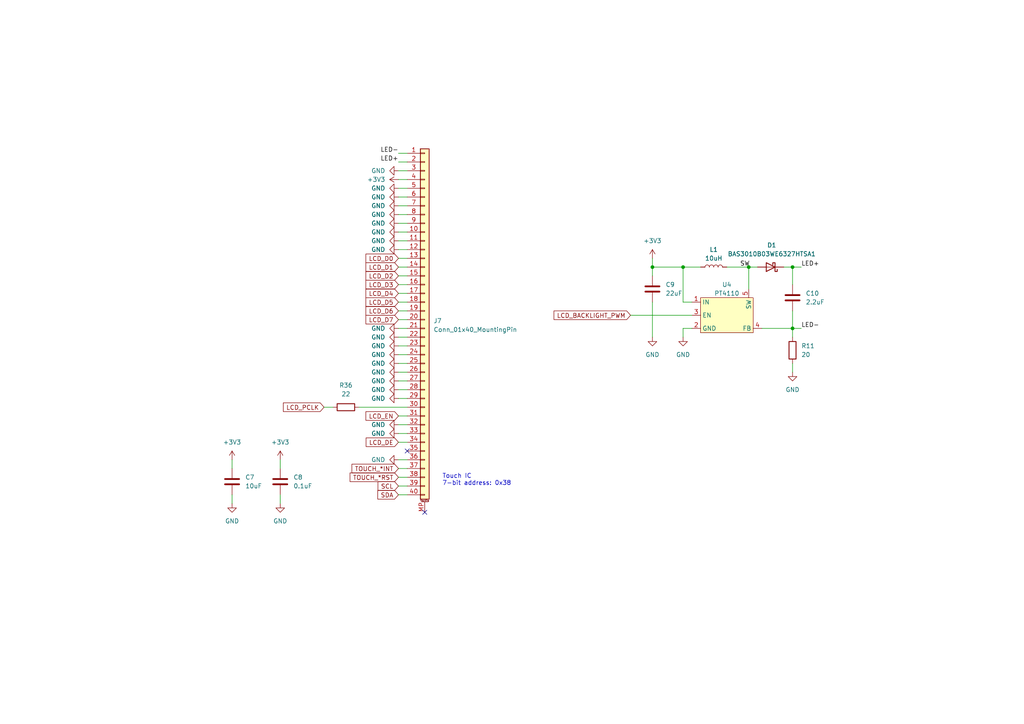
<source format=kicad_sch>
(kicad_sch (version 20231120) (generator "eeschema") (generator_version "8.0")
  (paper "A4")
  (lib_symbols
    (symbol "Connector_Generic_MountingPin:Conn_01x40_MountingPin" (pin_names (offset 1.016) hide)
      (property "Reference" "J" (at 0 50.8 0))
      (property "Value" "Conn_01x40_MountingPin" (at 1.27 -53.34 0))
      (symbol "Conn_01x40_MountingPin_1_1"
        (rectangle (start -1.27 -50.673) (end 0 -50.927) (stroke (width 0.1524)))
        (rectangle (start -1.27 -48.133) (end 0 -48.387) (stroke (width 0.1524)))
        (rectangle (start -1.27 -45.593) (end 0 -45.847) (stroke (width 0.1524)))
        (rectangle (start -1.27 -43.053) (end 0 -43.307) (stroke (width 0.1524)))
        (rectangle (start -1.27 -40.513) (end 0 -40.767) (stroke (width 0.1524)))
        (rectangle (start -1.27 -37.973) (end 0 -38.227) (stroke (width 0.1524)))
        (rectangle (start -1.27 -35.433) (end 0 -35.687) (stroke (width 0.1524)))
        (rectangle (start -1.27 -32.893) (end 0 -33.147) (stroke (width 0.1524)))
        (rectangle (start -1.27 -30.353) (end 0 -30.607) (stroke (width 0.1524)))
        (rectangle (start -1.27 -27.813) (end 0 -28.067) (stroke (width 0.1524)))
        (rectangle (start -1.27 -25.273) (end 0 -25.527) (stroke (width 0.1524)))
        (rectangle (start -1.27 -22.733) (end 0 -22.987) (stroke (width 0.1524)))
        (rectangle (start -1.27 -20.193) (end 0 -20.447) (stroke (width 0.1524)))
        (rectangle (start -1.27 -17.653) (end 0 -17.907) (stroke (width 0.1524)))
        (rectangle (start -1.27 -15.113) (end 0 -15.367) (stroke (width 0.1524)))
        (rectangle (start -1.27 -12.573) (end 0 -12.827) (stroke (width 0.1524)))
        (rectangle (start -1.27 -10.033) (end 0 -10.287) (stroke (width 0.1524)))
        (rectangle (start -1.27 -7.493) (end 0 -7.747) (stroke (width 0.1524)))
        (rectangle (start -1.27 -4.953) (end 0 -5.207) (stroke (width 0.1524)))
        (rectangle (start -1.27 -2.413) (end 0 -2.667) (stroke (width 0.1524)))
        (rectangle (start -1.27 0.127) (end 0 -0.127) (stroke (width 0.1524)))
        (rectangle (start -1.27 2.667) (end 0 2.413) (stroke (width 0.1524)))
        (rectangle (start -1.27 5.207) (end 0 4.953) (stroke (width 0.1524)))
        (rectangle (start -1.27 7.747) (end 0 7.493) (stroke (width 0.1524)))
        (rectangle (start -1.27 10.287) (end 0 10.033) (stroke (width 0.1524)))
        (rectangle (start -1.27 12.827) (end 0 12.573) (stroke (width 0.1524)))
        (rectangle (start -1.27 15.367) (end 0 15.113) (stroke (width 0.1524)))
        (rectangle (start -1.27 17.907) (end 0 17.653) (stroke (width 0.1524)))
        (rectangle (start -1.27 20.447) (end 0 20.193) (stroke (width 0.1524)))
        (rectangle (start -1.27 22.987) (end 0 22.733) (stroke (width 0.1524)))
        (rectangle (start -1.27 25.527) (end 0 25.273) (stroke (width 0.1524)))
        (rectangle (start -1.27 28.067) (end 0 27.813) (stroke (width 0.1524)))
        (rectangle (start -1.27 30.607) (end 0 30.353) (stroke (width 0.1524)))
        (rectangle (start -1.27 33.147) (end 0 32.893) (stroke (width 0.1524)))
        (rectangle (start -1.27 35.687) (end 0 35.433) (stroke (width 0.1524)))
        (rectangle (start -1.27 38.227) (end 0 37.973) (stroke (width 0.1524)))
        (rectangle (start -1.27 40.767) (end 0 40.513) (stroke (width 0.1524)))
        (rectangle (start -1.27 43.307) (end 0 43.053) (stroke (width 0.1524)))
        (rectangle (start -1.27 45.847) (end 0 45.593) (stroke (width 0.1524)))
        (rectangle (start -1.27 48.387) (end 0 48.133) (stroke (width 0.1524)))
        (rectangle (start -1.27 49.53) (end 1.27 -52.07) (stroke (width 0.254)) (fill (type background)))
        (polyline (pts (xy -1.016 -52.832) (xy 1.016 -52.832)) (stroke (width 0.1524)))
        (text "Mounting" (at 0 -52.451 0) (effects (font (size 0.381 0.381))))
        (pin passive line (at -5.08 48.26 0) (length 3.81) (name "Pin_1") (number "1"))
        (pin passive line (at -5.08 25.4 0) (length 3.81) (name "Pin_10") (number "10"))
        (pin passive line (at -5.08 22.86 0) (length 3.81) (name "Pin_11") (number "11"))
        (pin passive line (at -5.08 20.32 0) (length 3.81) (name "Pin_12") (number "12"))
        (pin passive line (at -5.08 17.78 0) (length 3.81) (name "Pin_13") (number "13"))
        (pin passive line (at -5.08 15.24 0) (length 3.81) (name "Pin_14") (number "14"))
        (pin passive line (at -5.08 12.7 0) (length 3.81) (name "Pin_15") (number "15"))
        (pin passive line (at -5.08 10.16 0) (length 3.81) (name "Pin_16") (number "16"))
        (pin passive line (at -5.08 7.62 0) (length 3.81) (name "Pin_17") (number "17"))
        (pin passive line (at -5.08 5.08 0) (length 3.81) (name "Pin_18") (number "18"))
        (pin passive line (at -5.08 2.54 0) (length 3.81) (name "Pin_19") (number "19"))
        (pin passive line (at -5.08 45.72 0) (length 3.81) (name "Pin_2") (number "2"))
        (pin passive line (at -5.08 0 0) (length 3.81) (name "Pin_20") (number "20"))
        (pin passive line (at -5.08 -2.54 0) (length 3.81) (name "Pin_21") (number "21"))
        (pin passive line (at -5.08 -5.08 0) (length 3.81) (name "Pin_22") (number "22"))
        (pin passive line (at -5.08 -7.62 0) (length 3.81) (name "Pin_23") (number "23"))
        (pin passive line (at -5.08 -10.16 0) (length 3.81) (name "Pin_24") (number "24"))
        (pin passive line (at -5.08 -12.7 0) (length 3.81) (name "Pin_25") (number "25"))
        (pin passive line (at -5.08 -15.24 0) (length 3.81) (name "Pin_26") (number "26"))
        (pin passive line (at -5.08 -17.78 0) (length 3.81) (name "Pin_27") (number "27"))
        (pin passive line (at -5.08 -20.32 0) (length 3.81) (name "Pin_28") (number "28"))
        (pin passive line (at -5.08 -22.86 0) (length 3.81) (name "Pin_29") (number "29"))
        (pin passive line (at -5.08 43.18 0) (length 3.81) (name "Pin_3") (number "3"))
        (pin passive line (at -5.08 -25.4 0) (length 3.81) (name "Pin_30") (number "30"))
        (pin passive line (at -5.08 -27.94 0) (length 3.81) (name "Pin_31") (number "31"))
        (pin passive line (at -5.08 -30.48 0) (length 3.81) (name "Pin_32") (number "32"))
        (pin passive line (at -5.08 -33.02 0) (length 3.81) (name "Pin_33") (number "33"))
        (pin passive line (at -5.08 -35.56 0) (length 3.81) (name "Pin_34") (number "34"))
        (pin passive line (at -5.08 -38.1 0) (length 3.81) (name "Pin_35") (number "35"))
        (pin passive line (at -5.08 -40.64 0) (length 3.81) (name "Pin_36") (number "36"))
        (pin passive line (at -5.08 -43.18 0) (length 3.81) (name "Pin_37") (number "37"))
        (pin passive line (at -5.08 -45.72 0) (length 3.81) (name "Pin_38") (number "38"))
        (pin passive line (at -5.08 -48.26 0) (length 3.81) (name "Pin_39") (number "39"))
        (pin passive line (at -5.08 40.64 0) (length 3.81) (name "Pin_4") (number "4"))
        (pin passive line (at -5.08 -50.8 0) (length 3.81) (name "Pin_40") (number "40"))
        (pin passive line (at -5.08 38.1 0) (length 3.81) (name "Pin_5") (number "5"))
        (pin passive line (at -5.08 35.56 0) (length 3.81) (name "Pin_6") (number "6"))
        (pin passive line (at -5.08 33.02 0) (length 3.81) (name "Pin_7") (number "7"))
        (pin passive line (at -5.08 30.48 0) (length 3.81) (name "Pin_8") (number "8"))
        (pin passive line (at -5.08 27.94 0) (length 3.81) (name "Pin_9") (number "9"))
        (pin passive line (at 0 -55.88 90) (length 3.048) (name "MountPin") (number "MP"))
      )
    )
    (symbol "Device:C" (pin_numbers hide) (pin_names (offset 0.254))
      (property "Reference" "C" (at 0.635 2.54 0))
      (property "Value" "C" (at 0.635 -2.54 0))
      (symbol "C_0_1"
        (polyline (pts (xy -2.032 -0.762) (xy 2.032 -0.762)) (stroke (width 0.508)))
        (polyline (pts (xy -2.032 0.762) (xy 2.032 0.762)) (stroke (width 0.508)))
      )
      (symbol "C_1_1"
        (pin passive line (at 0 3.81 270) (length 2.794) (name "~") (number "1"))
        (pin passive line (at 0 -3.81 90) (length 2.794) (name "~") (number "2"))
      )
    )
    (symbol "Device:D_Schottky" (pin_numbers hide) (pin_names (offset 1.016) hide)
      (property "Reference" "D" (at 0 2.54 0))
      (property "Value" "D_Schottky" (at 0 -2.54 0))
      (symbol "D_Schottky_0_1"
        (polyline (pts (xy 1.27 0) (xy -1.27 0)))
        (polyline (pts (xy 1.27 1.27) (xy 1.27 -1.27) (xy -1.27 0) (xy 1.27 1.27)) (stroke (width 0.254)))
        (polyline (pts (xy -1.905 0.635) (xy -1.905 1.27) (xy -1.27 1.27) (xy -1.27 -1.27) (xy -0.635 -1.27) (xy -0.635 -0.635)) (stroke (width 0.254)))
      )
      (symbol "D_Schottky_1_1"
        (pin passive line (at -3.81 0 0) (length 2.54) (name "K") (number "1"))
        (pin passive line (at 3.81 0 180) (length 2.54) (name "A") (number "2"))
      )
    )
    (symbol "Device:L" (pin_numbers hide) (pin_names (offset 1.016) hide)
      (property "Reference" "L" (at -1.27 0 90))
      (property "Value" "L" (at 1.905 0 90))
      (symbol "L_0_1"
        (arc (start 0 -2.54) (mid 0.6323 -1.905) (end 0 -1.27))
        (arc (start 0 -1.27) (mid 0.6323 -0.635) (end 0 0))
        (arc (start 0 0) (mid 0.6323 0.635) (end 0 1.27))
        (arc (start 0 1.27) (mid 0.6323 1.905) (end 0 2.54))
      )
      (symbol "L_1_1"
        (pin passive line (at 0 3.81 270) (length 1.27) (name "1") (number "1"))
        (pin passive line (at 0 -3.81 90) (length 1.27) (name "2") (number "2"))
      )
    )
    (symbol "Device:R" (pin_numbers hide) (pin_names (offset 0))
      (property "Reference" "R" (at 2.032 0 90))
      (property "Value" "R" (at 0 0 90))
      (symbol "R_0_1"
        (rectangle (start -1.016 -2.54) (end 1.016 2.54) (stroke (width 0.254)))
      )
      (symbol "R_1_1"
        (pin passive line (at 0 3.81 270) (length 1.27) (name "~") (number "1"))
        (pin passive line (at 0 -3.81 90) (length 1.27) (name "~") (number "2"))
      )
    )
    (symbol "custom:PT4110"
      (property "Reference" "U" (at 0 8.89 0))
      (symbol "PT4110_1_1"
        (rectangle (start -7.62 5.08) (end 7.62 -5.08) (fill (type background)))
        (pin power_in line (at -10.16 3.81 0) (length 2.54) (name "IN") (number "1"))
        (pin passive line (at -10.16 -3.81 0) (length 2.54) (name "GND") (number "2"))
        (pin input line (at -10.16 0 0) (length 2.54) (name "EN") (number "3"))
        (pin input line (at 10.16 -3.81 180) (length 2.54) (name "FB") (number "4"))
        (pin power_out line (at 6.35 7.62 270) (length 2.54) (name "SW") (number "5"))
      )
    )
    (symbol "power:+3V3" (power) (pin_names (offset 0))
      (property "Value" "+3V3" (at 0 3.556 0))
      (symbol "+3V3_0_1"
        (polyline (pts (xy -0.762 1.27) (xy 0 2.54)))
        (polyline (pts (xy 0 0) (xy 0 2.54)))
        (polyline (pts (xy 0 2.54) (xy 0.762 1.27)))
      )
      (symbol "+3V3_1_1"
        (pin power_in line (at 0 0 90) (length 0) hide (name "+3V3") (number "1"))
      )
    )
    (symbol "power:GND" (power) (pin_names (offset 0))
      (property "Value" "GND" (at 0 -3.81 0))
      (symbol "GND_0_1"
        (polyline (pts (xy 0 0) (xy 0 -1.27) (xy 1.27 -1.27) (xy 0 -2.54) (xy -1.27 -1.27) (xy 0 -1.27)))
      )
      (symbol "GND_1_1"
        (pin power_in line (at 0 0 270) (length 0) hide (name "GND") (number "1"))
      )
    )
  )
  (junction (at 229.87 77.47))
  (junction (at 198.12 77.47))
  (junction (at 229.87 95.25))
  (junction (at 189.23 77.47))
  (junction (at 217.17 77.47))
  (no_connect (at 118.11 130.81))
  (no_connect (at 123.19 148.59))
  (wire (pts (xy 115.57 57.15) (xy 118.11 57.15)))
  (wire (pts (xy 115.57 100.33) (xy 118.11 100.33)))
  (wire (pts (xy 115.57 123.19) (xy 118.11 123.19)))
  (wire (pts (xy 115.57 44.45) (xy 118.11 44.45)))
  (wire (pts (xy 115.57 52.07) (xy 118.11 52.07)))
  (wire (pts (xy 115.57 102.87) (xy 118.11 102.87)))
  (wire (pts (xy 115.57 115.57) (xy 118.11 115.57)))
  (wire (pts (xy 217.17 77.47) (xy 217.17 83.82)))
  (wire (pts (xy 229.87 95.25) (xy 229.87 97.79)))
  (wire (pts (xy 229.87 77.47) (xy 232.41 77.47)))
  (wire (pts (xy 115.57 90.17) (xy 118.11 90.17)))
  (wire (pts (xy 198.12 87.63) (xy 198.12 77.47)))
  (wire (pts (xy 115.57 82.55) (xy 118.11 82.55)))
  (wire (pts (xy 67.31 143.51) (xy 67.31 146.05)))
  (wire (pts (xy 229.87 90.17) (xy 229.87 95.25)))
  (wire (pts (xy 115.57 92.71) (xy 118.11 92.71)))
  (wire (pts (xy 227.33 77.47) (xy 229.87 77.47)))
  (wire (pts (xy 115.57 105.41) (xy 118.11 105.41)))
  (wire (pts (xy 93.98 118.11) (xy 96.52 118.11)))
  (wire (pts (xy 115.57 49.53) (xy 118.11 49.53)))
  (wire (pts (xy 115.57 62.23) (xy 118.11 62.23)))
  (wire (pts (xy 115.57 140.97) (xy 118.11 140.97)))
  (wire (pts (xy 189.23 87.63) (xy 189.23 97.79)))
  (wire (pts (xy 115.57 95.25) (xy 118.11 95.25)))
  (wire (pts (xy 198.12 87.63) (xy 200.66 87.63)))
  (wire (pts (xy 198.12 97.79) (xy 198.12 95.25)))
  (wire (pts (xy 115.57 87.63) (xy 118.11 87.63)))
  (wire (pts (xy 115.57 72.39) (xy 118.11 72.39)))
  (wire (pts (xy 81.28 133.35) (xy 81.28 135.89)))
  (wire (pts (xy 210.82 77.47) (xy 217.17 77.47)))
  (wire (pts (xy 115.57 85.09) (xy 118.11 85.09)))
  (wire (pts (xy 81.28 143.51) (xy 81.28 146.05)))
  (wire (pts (xy 115.57 97.79) (xy 118.11 97.79)))
  (wire (pts (xy 229.87 95.25) (xy 232.41 95.25)))
  (wire (pts (xy 67.31 133.35) (xy 67.31 135.89)))
  (wire (pts (xy 229.87 77.47) (xy 229.87 82.55)))
  (wire (pts (xy 217.17 77.47) (xy 219.71 77.47)))
  (wire (pts (xy 104.14 118.11) (xy 118.11 118.11)))
  (wire (pts (xy 115.57 120.65) (xy 118.11 120.65)))
  (wire (pts (xy 115.57 59.69) (xy 118.11 59.69)))
  (wire (pts (xy 115.57 46.99) (xy 118.11 46.99)))
  (wire (pts (xy 115.57 64.77) (xy 118.11 64.77)))
  (wire (pts (xy 115.57 69.85) (xy 118.11 69.85)))
  (wire (pts (xy 115.57 133.35) (xy 118.11 133.35)))
  (wire (pts (xy 115.57 110.49) (xy 118.11 110.49)))
  (wire (pts (xy 189.23 74.93) (xy 189.23 77.47)))
  (wire (pts (xy 198.12 77.47) (xy 189.23 77.47)))
  (wire (pts (xy 115.57 67.31) (xy 118.11 67.31)))
  (wire (pts (xy 115.57 107.95) (xy 118.11 107.95)))
  (wire (pts (xy 200.66 91.44) (xy 182.88 91.44)))
  (wire (pts (xy 115.57 143.51) (xy 118.11 143.51)))
  (wire (pts (xy 115.57 128.27) (xy 118.11 128.27)))
  (wire (pts (xy 198.12 95.25) (xy 200.66 95.25)))
  (wire (pts (xy 115.57 74.93) (xy 118.11 74.93)))
  (wire (pts (xy 115.57 77.47) (xy 118.11 77.47)))
  (wire (pts (xy 115.57 138.43) (xy 118.11 138.43)))
  (wire (pts (xy 229.87 105.41) (xy 229.87 107.95)))
  (wire (pts (xy 189.23 77.47) (xy 189.23 80.01)))
  (wire (pts (xy 115.57 135.89) (xy 118.11 135.89)))
  (wire (pts (xy 198.12 77.47) (xy 203.2 77.47)))
  (wire (pts (xy 115.57 125.73) (xy 118.11 125.73)))
  (wire (pts (xy 115.57 113.03) (xy 118.11 113.03)))
  (wire (pts (xy 220.98 95.25) (xy 229.87 95.25)))
  (wire (pts (xy 115.57 80.01) (xy 118.11 80.01)))
  (wire (pts (xy 115.57 54.61) (xy 118.11 54.61)))
  (text "Touch IC\n7-bit address: 0x38" (at 128.27 140.97 0) (effects (font (size 1.27 1.27)) (justify left bottom)))
  (label "LED-" (at 232.41 95.25 0))
  (label "SW" (at 214.63 77.47 0))
  (label "LED+" (at 232.41 77.47 0))
  (label "LED+" (at 115.57 46.99 180))
  (label "LED-" (at 115.57 44.45 180))
  (global_label "LCD_DE" (shape input) (at 115.57 128.27 180) (property "Intersheetrefs" "${INTERSHEET_REFS}" (effects (hide yes))))
  (global_label "LCD_PCLK" (shape input) (at 93.98 118.11 180) (property "Intersheetrefs" "${INTERSHEET_REFS}" (effects (hide yes))))
  (global_label "LCD_EN" (shape input) (at 115.57 120.65 180) (property "Intersheetrefs" "${INTERSHEET_REFS}" (effects (hide yes))))
  (global_label "SDA" (shape input) (at 115.57 143.51 180) (property "Intersheetrefs" "${INTERSHEET_REFS}" (effects (hide yes))))
  (global_label "LCD_D2" (shape input) (at 115.57 80.01 180) (property "Intersheetrefs" "${INTERSHEET_REFS}" (effects (hide yes))))
  (global_label "LCD_D0" (shape input) (at 115.57 74.93 180) (property "Intersheetrefs" "${INTERSHEET_REFS}" (effects (hide yes))))
  (global_label "LCD_D3" (shape input) (at 115.57 82.55 180) (property "Intersheetrefs" "${INTERSHEET_REFS}" (effects (hide yes))))
  (global_label "LCD_D6" (shape input) (at 115.57 90.17 180) (property "Intersheetrefs" "${INTERSHEET_REFS}" (effects (hide yes))))
  (global_label "LCD_D1" (shape input) (at 115.57 77.47 180) (property "Intersheetrefs" "${INTERSHEET_REFS}" (effects (hide yes))))
  (global_label "TOUCH_*INT" (shape input) (at 115.57 135.89 180) (property "Intersheetrefs" "${INTERSHEET_REFS}" (effects (hide yes))))
  (global_label "SCL" (shape input) (at 115.57 140.97 180) (property "Intersheetrefs" "${INTERSHEET_REFS}" (effects (hide yes))))
  (global_label "TOUCH_*RST" (shape input) (at 115.57 138.43 180) (property "Intersheetrefs" "${INTERSHEET_REFS}" (effects (hide yes))))
  (global_label "LCD_D5" (shape input) (at 115.57 87.63 180) (property "Intersheetrefs" "${INTERSHEET_REFS}" (effects (hide yes))))
  (global_label "LCD_BACKLIGHT_PWM" (shape input) (at 182.88 91.44 180) (property "Intersheetrefs" "${INTERSHEET_REFS}" (effects (hide yes))))
  (global_label "LCD_D7" (shape input) (at 115.57 92.71 180) (property "Intersheetrefs" "${INTERSHEET_REFS}" (effects (hide yes))))
  (global_label "LCD_D4" (shape input) (at 115.57 85.09 180) (property "Intersheetrefs" "${INTERSHEET_REFS}" (effects (hide yes))))
  (symbol (lib_id "power:GND") (at 115.57 57.15 270) (unit 1)
    (property "Reference" "#PWR047" (effects (hide yes)))
    (property "Value" "GND" (at 111.76 57.15 90) (effects (justify right)))
  )
  (symbol (lib_id "power:GND") (at 115.57 107.95 270) (unit 1)
    (property "Reference" "#PWR059" (effects (hide yes)))
    (property "Value" "GND" (at 111.76 107.95 90) (effects (justify right)))
  )
  (symbol (lib_id "power:GND") (at 115.57 110.49 270) (unit 1)
    (property "Reference" "#PWR060" (effects (hide yes)))
    (property "Value" "GND" (at 111.76 110.49 90) (effects (justify right)))
  )
  (symbol (lib_id "Device:C") (at 81.28 139.7 0) (unit 1)
    (property "Reference" "C8" (at 85.09 138.43 0) (effects (justify left)))
    (property "Value" "0.1uF" (at 85.09 140.97 0) (effects (justify left)))
    (property "Footprint" "Capacitor_SMD:C_0603_1608Metric_Pad1.08x0.95mm_HandSolder" (effects (hide yes)))
  )
  (symbol (lib_id "power:GND") (at 115.57 59.69 270) (unit 1)
    (property "Reference" "#PWR048" (effects (hide yes)))
    (property "Value" "GND" (at 111.76 59.69 90) (effects (justify right)))
  )
  (symbol (lib_id "power:GND") (at 115.57 125.73 270) (unit 1)
    (property "Reference" "#PWR064" (effects (hide yes)))
    (property "Value" "GND" (at 111.76 125.73 90) (effects (justify right)))
  )
  (symbol (lib_id "power:GND") (at 115.57 62.23 270) (unit 1)
    (property "Reference" "#PWR049" (effects (hide yes)))
    (property "Value" "GND" (at 111.76 62.23 90) (effects (justify right)))
  )
  (symbol (lib_id "power:GND") (at 115.57 49.53 270) (unit 1)
    (property "Reference" "#PWR044" (effects (hide yes)))
    (property "Value" "GND" (at 111.76 49.53 90) (effects (justify right)))
  )
  (symbol (lib_id "Device:C") (at 189.23 83.82 0) (unit 1)
    (property "Reference" "C9" (at 193.04 82.55 0) (effects (justify left)))
    (property "Value" "22uF" (at 193.04 85.09 0) (effects (justify left)))
    (property "Footprint" "Capacitor_SMD:C_0603_1608Metric_Pad1.08x0.95mm_HandSolder" (effects (hide yes)))
    (property "p/n" "GRM188R60J226MEA0D" (effects (hide yes)))
  )
  (symbol (lib_id "power:GND") (at 115.57 54.61 270) (unit 1)
    (property "Reference" "#PWR046" (effects (hide yes)))
    (property "Value" "GND" (at 111.76 54.61 90) (effects (justify right)))
  )
  (symbol (lib_id "Device:L") (at 207.01 77.47 90) (unit 1)
    (property "Reference" "L1" (at 207.01 72.39 90))
    (property "Value" "10uH" (at 207.01 74.93 90))
    (property "Footprint" "Inductor_SMD:L_1210_3225Metric_Pad1.42x2.65mm_HandSolder" (effects (hide yes)))
    (property "p/n" "CBC3225T100MR" (effects (hide yes)))
  )
  (symbol (lib_id "power:GND") (at 189.23 97.79 0) (unit 1)
    (property "Reference" "#PWR068" (effects (hide yes)))
    (property "Value" "GND" (at 189.23 102.87 0))
  )
  (symbol (lib_id "Device:D_Schottky") (at 223.52 77.47 180) (unit 1)
    (property "Reference" "D1" (at 223.8375 71.12 0))
    (property "Value" "BAS3010B03WE6327HTSA1" (at 223.8375 73.66 0))
    (property "Footprint" "Diode_SMD:D_SOD-323_HandSoldering" (effects (hide yes)))
  )
  (symbol (lib_id "power:+3V3") (at 115.57 52.07 90) (unit 1)
    (property "Reference" "#PWR045" (effects (hide yes)))
    (property "Value" "+3V3" (at 111.76 52.07 90) (effects (justify left)))
  )
  (symbol (lib_id "power:GND") (at 115.57 133.35 270) (unit 1)
    (property "Reference" "#PWR065" (effects (hide yes)))
    (property "Value" "GND" (at 111.76 133.35 90) (effects (justify right)))
  )
  (symbol (lib_id "power:GND") (at 198.12 97.79 0) (unit 1)
    (property "Reference" "#PWR069" (effects (hide yes)))
    (property "Value" "GND" (at 198.12 102.87 0))
  )
  (symbol (lib_id "power:GND") (at 115.57 97.79 270) (unit 1)
    (property "Reference" "#PWR055" (effects (hide yes)))
    (property "Value" "GND" (at 111.76 97.79 90) (effects (justify right)))
  )
  (symbol (lib_id "power:GND") (at 229.87 107.95 0) (unit 1)
    (property "Reference" "#PWR070" (effects (hide yes)))
    (property "Value" "GND" (at 229.87 113.03 0))
  )
  (symbol (lib_id "power:GND") (at 115.57 72.39 270) (unit 1)
    (property "Reference" "#PWR053" (effects (hide yes)))
    (property "Value" "GND" (at 111.76 72.39 90) (effects (justify right)))
  )
  (symbol (lib_id "Device:C") (at 67.31 139.7 0) (unit 1)
    (property "Reference" "C7" (at 71.12 138.43 0) (effects (justify left)))
    (property "Value" "10uF" (at 71.12 140.97 0) (effects (justify left)))
    (property "Footprint" "Capacitor_SMD:C_0603_1608Metric_Pad1.08x0.95mm_HandSolder" (effects (hide yes)))
  )
  (symbol (lib_id "power:GND") (at 115.57 102.87 270) (unit 1)
    (property "Reference" "#PWR057" (effects (hide yes)))
    (property "Value" "GND" (at 111.76 102.87 90) (effects (justify right)))
  )
  (symbol (lib_id "power:GND") (at 67.31 146.05 0) (unit 1)
    (property "Reference" "#PWR041" (effects (hide yes)))
    (property "Value" "GND" (at 67.31 151.13 0))
  )
  (symbol (lib_id "power:GND") (at 115.57 64.77 270) (unit 1)
    (property "Reference" "#PWR050" (effects (hide yes)))
    (property "Value" "GND" (at 111.76 64.77 90) (effects (justify right)))
  )
  (symbol (lib_id "power:GND") (at 115.57 105.41 270) (unit 1)
    (property "Reference" "#PWR058" (effects (hide yes)))
    (property "Value" "GND" (at 111.76 105.41 90) (effects (justify right)))
  )
  (symbol (lib_id "power:GND") (at 115.57 100.33 270) (unit 1)
    (property "Reference" "#PWR056" (effects (hide yes)))
    (property "Value" "GND" (at 111.76 100.33 90) (effects (justify right)))
  )
  (symbol (lib_id "power:+3V3") (at 81.28 133.35 0) (unit 1)
    (property "Reference" "#PWR042" (effects (hide yes)))
    (property "Value" "+3V3" (at 81.28 128.27 0))
  )
  (symbol (lib_id "power:GND") (at 115.57 123.19 270) (unit 1)
    (property "Reference" "#PWR063" (effects (hide yes)))
    (property "Value" "GND" (at 111.76 123.19 90) (effects (justify right)))
  )
  (symbol (lib_id "Device:R") (at 229.87 101.6 0) (unit 1)
    (property "Reference" "R11" (at 232.41 100.33 0) (effects (justify left)))
    (property "Value" "20" (at 232.41 102.87 0) (effects (justify left)))
    (property "Footprint" "Resistor_SMD:R_0805_2012Metric_Pad1.20x1.40mm_HandSolder" (effects (hide yes)))
    (property "p/n" "ERJ-6ENF20R0V" (effects (hide yes)))
  )
  (symbol (lib_id "power:GND") (at 115.57 113.03 270) (unit 1)
    (property "Reference" "#PWR061" (effects (hide yes)))
    (property "Value" "GND" (at 111.76 113.03 90) (effects (justify right)))
  )
  (symbol (lib_id "power:GND") (at 115.57 69.85 270) (unit 1)
    (property "Reference" "#PWR052" (effects (hide yes)))
    (property "Value" "GND" (at 111.76 69.85 90) (effects (justify right)))
  )
  (symbol (lib_id "power:GND") (at 115.57 115.57 270) (unit 1)
    (property "Reference" "#PWR062" (effects (hide yes)))
    (property "Value" "GND" (at 111.76 115.57 90) (effects (justify right)))
  )
  (symbol (lib_id "power:GND") (at 115.57 67.31 270) (unit 1)
    (property "Reference" "#PWR051" (effects (hide yes)))
    (property "Value" "GND" (at 111.76 67.31 90) (effects (justify right)))
  )
  (symbol (lib_id "power:+3V3") (at 67.31 133.35 0) (unit 1)
    (property "Reference" "#PWR040" (effects (hide yes)))
    (property "Value" "+3V3" (at 67.31 128.27 0))
  )
  (symbol (lib_id "power:GND") (at 115.57 95.25 270) (unit 1)
    (property "Reference" "#PWR054" (effects (hide yes)))
    (property "Value" "GND" (at 111.76 95.25 90) (effects (justify right)))
  )
  (symbol (lib_id "Device:C") (at 229.87 86.36 0) (unit 1)
    (property "Reference" "C10" (at 233.68 85.09 0) (effects (justify left)))
    (property "Value" "2.2uF" (at 233.68 87.63 0) (effects (justify left)))
    (property "Footprint" "Capacitor_SMD:C_1210_3225Metric_Pad1.33x2.70mm_HandSolder" (effects (hide yes)))
    (property "p/n" "C3225X7R1H225K200AB" (effects (hide yes)))
  )
  (symbol (lib_id "Device:R") (at 100.33 118.11 90) (unit 1)
    (property "Reference" "R36" (at 100.33 111.76 90))
    (property "Value" "22" (at 100.33 114.3 90))
    (property "Footprint" "Resistor_SMD:R_0603_1608Metric_Pad0.98x0.95mm_HandSolder" (effects (hide yes)))
  )
  (symbol (lib_id "power:+3V3") (at 189.23 74.93 0) (unit 1)
    (property "Reference" "#PWR067" (effects (hide yes)))
    (property "Value" "+3V3" (at 189.23 69.85 0))
  )
  (symbol (lib_id "custom:PT4110") (at 210.82 91.44 0) (unit 1)
    (property "Reference" "U4" (at 210.82 82.55 0))
    (property "Value" "PT4110" (at 210.82 85.09 0))
    (property "Footprint" "Package_TO_SOT_SMD:SOT-89-5_Handsoldering" (effects (hide yes)))
  )
  (symbol (lib_id "Connector_Generic_MountingPin:Conn_01x40_MountingPin") (at 123.19 92.71 0) (unit 1)
    (property "Reference" "J7" (at 125.73 93.0656 0) (effects (justify left)))
    (property "Value" "Conn_01x40_MountingPin" (at 125.73 95.6056 0) (effects (justify left)))
    (property "Footprint" "footprints:ER-CON40HT-1" (effects (hide yes)))
  )
  (symbol (lib_id "power:GND") (at 81.28 146.05 0) (unit 1)
    (property "Reference" "#PWR043" (effects (hide yes)))
    (property "Value" "GND" (at 81.28 151.13 0))
  )
)
</source>
